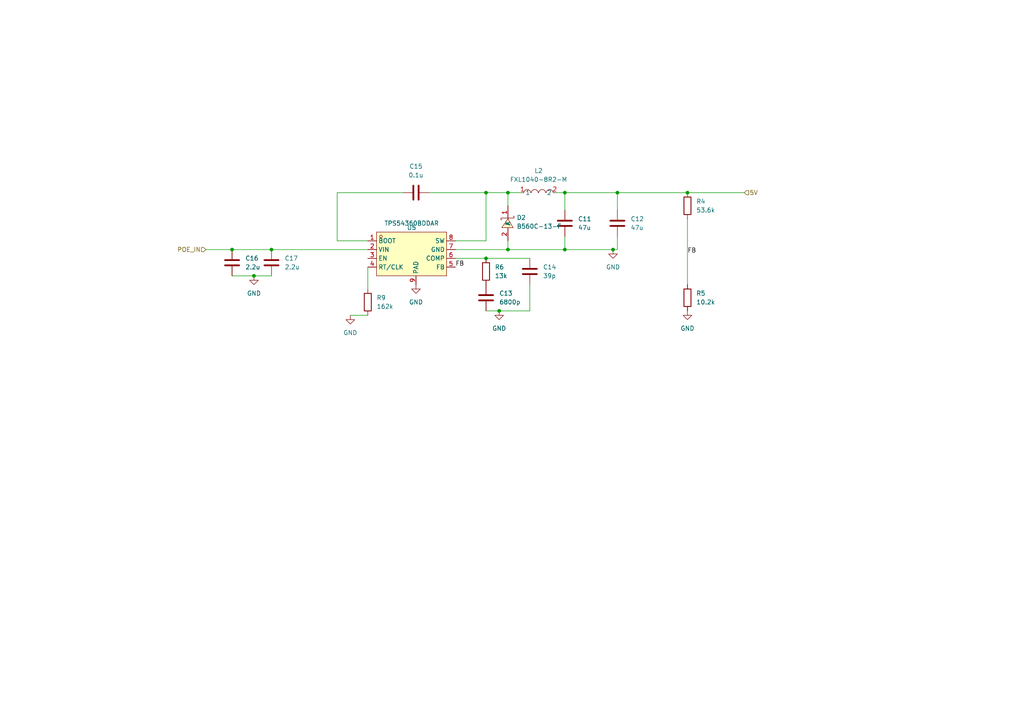
<source format=kicad_sch>
(kicad_sch (version 20231120) (generator "eeschema") (generator_version "8.0")
  (paper "A4")
  (lib_symbols
    (symbol "Device:C" (pin_numbers hide) (pin_names (offset 0.254))
      (property "Reference" "C" (at 0.635 2.54 0))
      (property "Value" "C" (at 0.635 -2.54 0))
      (symbol "C_0_1"
        (polyline (pts (xy -2.032 -0.762) (xy 2.032 -0.762)) (stroke (width 0.508)))
        (polyline (pts (xy -2.032 0.762) (xy 2.032 0.762)) (stroke (width 0.508)))
      )
      (symbol "C_1_1"
        (pin passive line (at 0 3.81 270) (length 2.794) (name "~") (number "1"))
        (pin passive line (at 0 -3.81 90) (length 2.794) (name "~") (number "2"))
      )
    )
    (symbol "Device:R" (pin_numbers hide) (pin_names (offset 0))
      (property "Reference" "R" (at 2.032 0 90))
      (property "Value" "R" (at 0 0 90))
      (symbol "R_0_1"
        (rectangle (start -1.016 -2.54) (end 1.016 2.54) (stroke (width 0.254)))
      )
      (symbol "R_1_1"
        (pin passive line (at 0 3.81 270) (length 1.27) (name "~") (number "1"))
        (pin passive line (at 0 -3.81 90) (length 1.27) (name "~") (number "2"))
      )
    )
    (symbol "NEW:B560C-13-F"
      (property "Reference" "D" (at 0 5.08 0))
      (property "Value" "B560C-13-F" (at 0 -5.08 0))
      (symbol "B560C-13-F_0_1"
        (polyline (pts (xy 1.27 1.52) (xy -1.27 0) (xy 1.27 -1.78) (xy 1.27 1.52)) (fill (type background)))
        (polyline (pts (xy -2.03 1.52) (xy -2.03 1.78) (xy -1.52 1.78) (xy -1.52 -2.03) (xy -1.02 -2.03) (xy -1.02 -1.78)))
        (pin unspecified line (at -5.08 0 0) (length 3.81) (name "K") (number "1"))
        (pin unspecified line (at 5.08 0 180) (length 3.81) (name "A") (number "2"))
      )
    )
    (symbol "NEW:FXL1040-8R2-M"
      (property "Reference" "L" (at 0 5.08 0))
      (property "Value" "FXL1040-8R2-M" (at 0 -5.08 0))
      (symbol "FXL1040-8R2-M_0_1"
        (arc (start -2.27 -0.02) (mid -3.28 0.9027) (end -4.29 -0.02))
        (arc (start -0.11 -0.02) (mid -1.12 0.9071) (end -2.13 -0.02))
        (arc (start 2.04 -0.02) (mid 1.03 0.9071) (end 0.02 -0.02))
        (arc (start 4.23 -0.02) (mid 3.22 0.9071) (end 2.21 -0.02))
        (pin unspecified line (at -5.08 0 0) (length 0.762) (name "1") (number "1"))
        (pin unspecified line (at 5.08 0 180) (length 0.762) (name "2") (number "2"))
      )
    )
    (symbol "NEW:TPS54360BDDAR"
      (property "Reference" "U5" (at 0 7.62 0))
      (property "Value" "TPS54360BDDAR" (at -7.62 -16.51 0))
      (symbol "TPS54360BDDAR_0_1"
        (rectangle (start -10.16 6.35) (end 10.16 -6.35) (fill (type background)))
        (circle (center -8.89 5.08) (radius 0.38))
        (pin unspecified line (at -12.7 3.81 0) (length 2.54) (name "BOOT") (number "1"))
        (pin unspecified line (at -12.7 1.27 0) (length 2.54) (name "VIN") (number "2"))
        (pin unspecified line (at -12.7 -1.27 0) (length 2.54) (name "EN") (number "3"))
        (pin unspecified line (at -12.7 -3.81 0) (length 2.54) (name "RT/CLK") (number "4"))
        (pin unspecified line (at 12.7 -3.81 180) (length 2.54) (name "FB") (number "5"))
        (pin unspecified line (at 12.7 -1.27 180) (length 2.54) (name "COMP") (number "6"))
        (pin unspecified line (at 12.7 1.27 180) (length 2.54) (name "GND") (number "7"))
        (pin unspecified line (at 12.7 3.81 180) (length 2.54) (name "SW") (number "8"))
        (pin unspecified line (at 1.27 -8.89 90) (length 2.54) (name "PAD") (number "9"))
      )
    )
    (symbol "power:GND" (power) (pin_names (offset 0))
      (property "Value" "GND" (at 0 -3.81 0))
      (symbol "GND_0_1"
        (polyline (pts (xy 0 0) (xy 0 -1.27) (xy 1.27 -1.27) (xy 0 -2.54) (xy -1.27 -1.27) (xy 0 -1.27)))
      )
      (symbol "GND_1_1"
        (pin power_in line (at 0 0 270) (length 0) hide (name "GND") (number "1"))
      )
    )
  )
  (junction (at 199.39 55.88))
  (junction (at 140.97 74.93))
  (junction (at 147.32 55.88))
  (junction (at 177.8 72.39))
  (junction (at 73.66 80.01))
  (junction (at 163.83 55.88))
  (junction (at 179.07 55.88))
  (junction (at 163.83 72.39))
  (junction (at 140.97 55.88))
  (junction (at 147.32 72.39))
  (junction (at 67.31 72.39))
  (junction (at 144.78 90.17))
  (junction (at 78.74 72.39))
  (wire (pts (xy 116.84 55.88) (xy 97.79 55.88)))
  (wire (pts (xy 78.74 72.39) (xy 106.68 72.39)))
  (wire (pts (xy 144.78 90.17) (xy 140.97 90.17)))
  (wire (pts (xy 59.69 72.39) (xy 67.31 72.39)))
  (wire (pts (xy 73.66 80.01) (xy 67.31 80.01)))
  (wire (pts (xy 163.83 55.88) (xy 163.83 60.96)))
  (wire (pts (xy 97.79 69.85) (xy 106.68 69.85)))
  (wire (pts (xy 179.07 55.88) (xy 199.39 55.88)))
  (wire (pts (xy 179.07 72.39) (xy 179.07 68.58)))
  (wire (pts (xy 153.67 82.55) (xy 153.67 90.17)))
  (wire (pts (xy 106.68 83.82) (xy 106.68 77.47)))
  (wire (pts (xy 147.32 55.88) (xy 151.13 55.88)))
  (wire (pts (xy 179.07 55.88) (xy 179.07 60.96)))
  (wire (pts (xy 147.32 69.85) (xy 147.32 72.39)))
  (wire (pts (xy 163.83 72.39) (xy 177.8 72.39)))
  (wire (pts (xy 177.8 72.39) (xy 179.07 72.39)))
  (wire (pts (xy 147.32 59.69) (xy 147.32 55.88)))
  (wire (pts (xy 140.97 69.85) (xy 140.97 55.88)))
  (wire (pts (xy 163.83 55.88) (xy 179.07 55.88)))
  (wire (pts (xy 132.08 72.39) (xy 147.32 72.39)))
  (wire (pts (xy 73.66 80.01) (xy 78.74 80.01)))
  (wire (pts (xy 124.46 55.88) (xy 140.97 55.88)))
  (wire (pts (xy 132.08 69.85) (xy 140.97 69.85)))
  (wire (pts (xy 97.79 55.88) (xy 97.79 69.85)))
  (wire (pts (xy 132.08 74.93) (xy 140.97 74.93)))
  (wire (pts (xy 215.9 55.88) (xy 199.39 55.88)))
  (wire (pts (xy 140.97 55.88) (xy 147.32 55.88)))
  (wire (pts (xy 153.67 90.17) (xy 144.78 90.17)))
  (wire (pts (xy 199.39 82.55) (xy 199.39 63.5)))
  (wire (pts (xy 140.97 74.93) (xy 153.67 74.93)))
  (wire (pts (xy 163.83 68.58) (xy 163.83 72.39)))
  (wire (pts (xy 147.32 72.39) (xy 163.83 72.39)))
  (wire (pts (xy 67.31 72.39) (xy 78.74 72.39)))
  (wire (pts (xy 101.6 91.44) (xy 106.68 91.44)))
  (wire (pts (xy 161.29 55.88) (xy 163.83 55.88)))
  (label "FB" (at 199.39 73.66 0))
  (label "FB" (at 132.08 77.47 0))
  (hierarchical_label "POE_IN" (shape input) (at 59.69 72.39 180))
  (hierarchical_label "5V" (shape input) (at 215.9 55.88 0))
  (symbol (lib_id "power:GND") (at 101.6 91.44 0) (unit 1)
    (property "Reference" "#PWR019" (effects (hide yes)))
    (property "Value" "GND" (at 101.6 96.52 0))
  )
  (symbol (lib_id "Device:C") (at 163.83 64.77 0) (unit 1)
    (property "Reference" "C11" (at 167.64 63.5 0) (effects (justify left)))
    (property "Value" "47u" (at 167.64 66.04 0) (effects (justify left)))
    (property "Footprint" "Capacitor_SMD:C_1206_3216Metric" (effects (hide yes)))
    (property "LCSC Part" "C94034" (effects (hide yes)))
  )
  (symbol (lib_id "Device:C") (at 120.65 55.88 90) (unit 1)
    (property "Reference" "C15" (at 120.65 48.26 90))
    (property "Value" "0.1u" (at 120.65 50.8 90))
    (property "Footprint" "Capacitor_SMD:C_0402_1005Metric" (effects (hide yes)))
    (property "LCSC Part" "C56392" (effects (hide yes)))
  )
  (symbol (lib_id "Device:R") (at 106.68 87.63 0) (unit 1)
    (property "Reference" "R9" (at 109.22 86.36 0) (effects (justify left)))
    (property "Value" "162k" (at 109.22 88.9 0) (effects (justify left)))
    (property "Footprint" "Resistor_SMD:R_0603_1608Metric" (effects (hide yes)))
    (property "LCSC Part" "C22815" (effects (hide yes)))
  )
  (symbol (lib_id "power:GND") (at 199.39 90.17 0) (unit 1)
    (property "Reference" "#PWR016" (effects (hide yes)))
    (property "Value" "GND" (at 199.39 95.25 0))
  )
  (symbol (lib_id "NEW:TPS54360BDDAR") (at 119.38 73.66 0) (unit 1)
    (property "Reference" "U5" (at 119.38 66.04 0))
    (property "Value" "TPS54360BDDAR" (at 119.38 64.77 0))
    (property "Footprint" "PARTS:SOIC-8_L5.0-W4.0-P1.27-LS6.0-BL-EP2.0" (effects (hide yes)))
    (property "Datasheet" "https://lcsc.com/product-detail/DC-DC-Converters_Texas-Instruments-Texas-Instruments-TPS54360BDDAR_C524806.html" (effects (hide yes)))
    (property "LCSC Part" "C524806" (effects (hide yes)))
  )
  (symbol (lib_id "power:GND") (at 73.66 80.01 0) (unit 1)
    (property "Reference" "#PWR018" (effects (hide yes)))
    (property "Value" "GND" (at 73.66 85.09 0))
  )
  (symbol (lib_id "NEW:FXL1040-8R2-M") (at 156.21 55.88 0) (unit 1)
    (property "Reference" "L2" (at 156.21 49.53 0))
    (property "Value" "FXL1040-8R2-M" (at 156.21 52.07 0))
    (property "Footprint" "PARTS:IND-SMD_L11.5-W10.0_FXL1040" (effects (hide yes)))
    (property "Datasheet" "https://lcsc.com/product-detail/Power-Inductors_8-2uH-20-8-0A_C167232.html" (effects (hide yes)))
    (property "LCSC Part" "C167232" (effects (hide yes)))
  )
  (symbol (lib_id "Device:R") (at 140.97 78.74 0) (unit 1)
    (property "Reference" "R6" (at 143.51 77.47 0) (effects (justify left)))
    (property "Value" "13k" (at 143.51 80.01 0) (effects (justify left)))
    (property "Footprint" "Resistor_SMD:R_0805_2012Metric" (effects (hide yes)))
    (property "LCSC Part" "C445658" (effects (hide yes)))
  )
  (symbol (lib_id "NEW:B560C-13-F") (at 147.32 64.77 270) (unit 1)
    (property "Reference" "D2" (at 149.86 63.12 90) (effects (justify left)))
    (property "Value" "B560C-13-F" (at 149.86 65.66 90) (effects (justify left)))
    (property "Footprint" "PARTS:SMC_L7.1-W6.2-LS8.1-RD" (effects (hide yes)))
    (property "Datasheet" "https://lcsc.com/product-detail/Schottky-Barrier-Diodes-SBD_DIODES_B560C-13-F_B560C-13-F_C85100.html" (effects (hide yes)))
    (property "LCSC Part" "C85100" (effects (hide yes)))
  )
  (symbol (lib_id "power:GND") (at 120.65 82.55 0) (unit 1)
    (property "Reference" "#PWR020" (effects (hide yes)))
    (property "Value" "GND" (at 120.65 87.63 0))
  )
  (symbol (lib_id "Device:C") (at 179.07 64.77 0) (unit 1)
    (property "Reference" "C12" (at 182.88 63.5 0) (effects (justify left)))
    (property "Value" "47u" (at 182.88 66.04 0) (effects (justify left)))
    (property "Footprint" "Capacitor_SMD:C_1206_3216Metric" (effects (hide yes)))
    (property "LCSC Part" "C94034" (effects (hide yes)))
  )
  (symbol (lib_id "Device:R") (at 199.39 59.69 0) (unit 1)
    (property "Reference" "R4" (at 201.93 58.42 0) (effects (justify left)))
    (property "Value" "53.6k" (at 201.93 60.96 0) (effects (justify left)))
    (property "Footprint" "Resistor_SMD:R_0805_2012Metric" (effects (hide yes)))
    (property "LCSC Part" "C21398" (effects (hide yes)))
  )
  (symbol (lib_id "power:GND") (at 144.78 90.17 0) (unit 1)
    (property "Reference" "#PWR017" (effects (hide yes)))
    (property "Value" "GND" (at 144.78 95.25 0))
  )
  (symbol (lib_id "Device:C") (at 78.74 76.2 0) (unit 1)
    (property "Reference" "C17" (at 82.55 74.93 0) (effects (justify left)))
    (property "Value" "2.2u" (at 82.55 77.47 0) (effects (justify left)))
    (property "Footprint" "Capacitor_SMD:C_1206_3216Metric" (effects (hide yes)))
    (property "LCSC Part" "C170101" (effects (hide yes)))
  )
  (symbol (lib_id "Device:C") (at 140.97 86.36 0) (unit 1)
    (property "Reference" "C13" (at 144.78 85.09 0) (effects (justify left)))
    (property "Value" "6800p" (at 144.78 87.63 0) (effects (justify left)))
    (property "Footprint" "Capacitor_SMD:C_0402_1005Metric" (effects (hide yes)))
    (property "LCSC Part" "C2760541" (effects (hide yes)))
  )
  (symbol (lib_id "power:GND") (at 177.8 72.39 0) (unit 1)
    (property "Reference" "#PWR021" (effects (hide yes)))
    (property "Value" "GND" (at 177.8 77.47 0))
  )
  (symbol (lib_id "Device:R") (at 199.39 86.36 0) (unit 1)
    (property "Reference" "R5" (at 201.93 85.09 0) (effects (justify left)))
    (property "Value" "10.2k" (at 201.93 87.63 0) (effects (justify left)))
    (property "Footprint" "Resistor_SMD:R_0805_2012Metric" (effects (hide yes)))
    (property "LCSC Part" "C217771" (effects (hide yes)))
  )
  (symbol (lib_id "Device:C") (at 153.67 78.74 0) (unit 1)
    (property "Reference" "C14" (at 157.48 77.47 0) (effects (justify left)))
    (property "Value" "39p" (at 157.48 80.01 0) (effects (justify left)))
    (property "Footprint" "Capacitor_SMD:C_0402_1005Metric" (effects (hide yes)))
    (property "LCSC Part" "C5186878" (effects (hide yes)))
  )
  (symbol (lib_id "Device:C") (at 67.31 76.2 0) (unit 1)
    (property "Reference" "C16" (at 71.12 74.93 0) (effects (justify left)))
    (property "Value" "2.2u" (at 71.12 77.47 0) (effects (justify left)))
    (property "Footprint" "Capacitor_SMD:C_1206_3216Metric" (effects (hide yes)))
    (property "LCSC Part" "C170101" (effects (hide yes)))
  )
)
</source>
